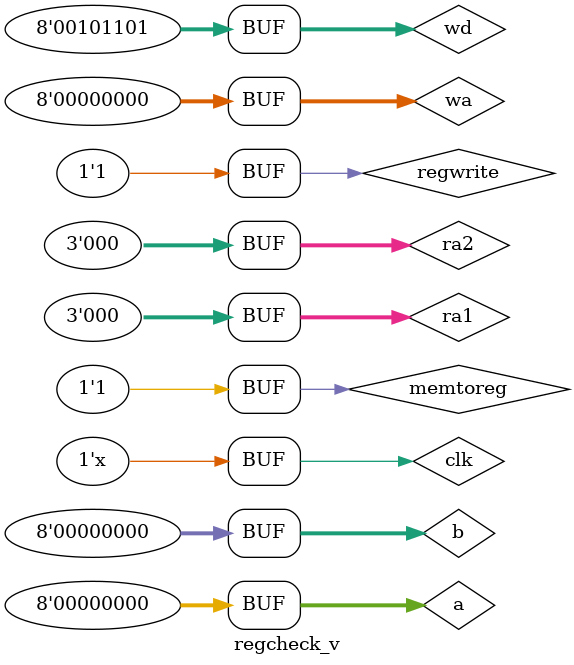
<source format=v>
`timescale 1ns / 1ps


module regcheck_v;

	// Inputs
	reg clk;
	reg regwrite;
	reg memtoreg;
	reg [7:0] a;
	reg [7:0] b;
	reg [2:0] ra1;
	reg [2:0] ra2;
	reg [7:0] wa;
	reg [7:0] wd;

	// Outputs
	wire [7:0] rd1;
	wire [7:0] rd2;
	wire [7:0] regDst;

	// Instantiate the Unit Under Test (UUT)
	regd uut (
		.clk(clk), 
		.regwrite(regwrite), 
		.memtoreg(memtoreg), 
		.a(a), 
		.b(b), 
		.ra1(ra1), 
		.ra2(ra2), 
		.wa(wa), 
		.wd(wd), 
		.rd1(rd1), 
		.rd2(rd2), 
		.regDst(regDst)
	);
always begin
#5
clk=~clk;
end
	initial begin
		// Initialize Inputs
		clk = 0;
		regwrite = 0;
		memtoreg = 0;
		a = 0;
		b = 0;
		ra1 = 0;
		ra2 = 0;
		wa = 0;
		wd = 0;

		// Wait 100 ns for global reset to finish
		#10;
      regwrite = 1;
		memtoreg = 0;
		a = 0;
		b = 0;
		ra1 = 0;
		ra2 = 0;
		wa = 0;
		wd = 0;

		// Wait 100 ns for global reset to finish
		#10;  
		regwrite = 1;
		memtoreg = 1;
		a = 0;
		b = 0;
		ra1 = 0;
		ra2 = 0;
		wa = 0;
		wd = 45;

		// Wait 100 ns for global reset to finish
		#10;
		// Add stimulus here

	end
      
endmodule


</source>
